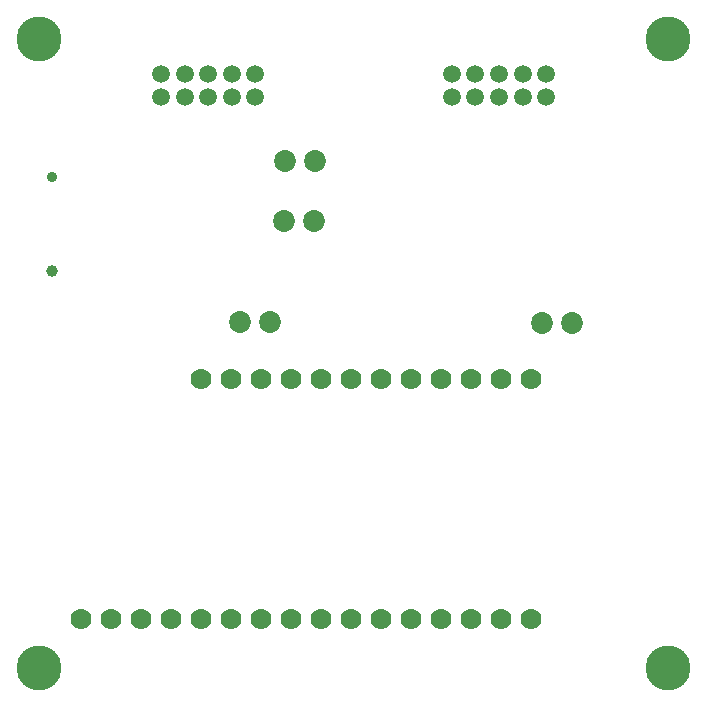
<source format=gbr>
%TF.GenerationSoftware,KiCad,Pcbnew,8.0.1-rc2*%
%TF.CreationDate,2025-04-21T15:53:20+02:00*%
%TF.ProjectId,feather_mainboard,66656174-6865-4725-9f6d-61696e626f61,1*%
%TF.SameCoordinates,Original*%
%TF.FileFunction,Soldermask,Bot*%
%TF.FilePolarity,Negative*%
%FSLAX46Y46*%
G04 Gerber Fmt 4.6, Leading zero omitted, Abs format (unit mm)*
G04 Created by KiCad (PCBNEW 8.0.1-rc2) date 2025-04-21 15:53:20*
%MOMM*%
%LPD*%
G01*
G04 APERTURE LIST*
%ADD10C,1.778000*%
%ADD11C,3.800000*%
%ADD12C,1.854000*%
%ADD13C,1.512000*%
%ADD14C,0.900000*%
%ADD15C,1.000000*%
G04 APERTURE END LIST*
D10*
%TO.C,U1*%
X114900000Y-125900000D03*
X117440000Y-125900000D03*
X119980000Y-125900000D03*
X122520000Y-125900000D03*
X125060000Y-125900000D03*
X127600000Y-125900000D03*
X130140000Y-125900000D03*
X132680000Y-125900000D03*
X135220000Y-125900000D03*
X137760000Y-125900000D03*
X140300000Y-125900000D03*
X142840000Y-125900000D03*
X145380000Y-125900000D03*
X147920000Y-125900000D03*
X150460000Y-125900000D03*
X153000000Y-125900000D03*
X125060000Y-105580000D03*
X127600000Y-105580000D03*
X130140000Y-105580000D03*
X132680000Y-105580000D03*
X135220000Y-105580000D03*
X137760000Y-105580000D03*
X140300000Y-105580000D03*
X142840000Y-105580000D03*
X145380000Y-105580000D03*
X147920000Y-105580000D03*
X150460000Y-105580000D03*
X153000000Y-105580000D03*
%TD*%
D11*
%TO.C,H2*%
X111400000Y-76800000D03*
%TD*%
%TO.C,H3*%
X111400000Y-130000000D03*
%TD*%
D12*
%TO.C,J4*%
X132080000Y-92200000D03*
X134620000Y-92200000D03*
%TD*%
D13*
%TO.C,J3*%
X146325000Y-81700000D03*
X146325000Y-79700000D03*
X148325000Y-81700000D03*
X148325000Y-79700000D03*
X150325000Y-81700000D03*
X150325000Y-79700000D03*
X152325000Y-81700000D03*
X152325000Y-79700000D03*
X154325000Y-81700000D03*
X154325000Y-79700000D03*
%TD*%
D12*
%TO.C,J1*%
X128430000Y-100710000D03*
X130970000Y-100710000D03*
%TD*%
%TO.C,J2*%
X153930000Y-100800000D03*
X156470000Y-100800000D03*
%TD*%
D14*
%TO.C,J6*%
X112485000Y-88450000D03*
D15*
X112485000Y-96450000D03*
%TD*%
D12*
%TO.C,J5*%
X132180000Y-87100000D03*
X134720000Y-87100000D03*
%TD*%
D13*
%TO.C,J7*%
X121700000Y-81700000D03*
X121700000Y-79700000D03*
X123700000Y-81700000D03*
X123700000Y-79700000D03*
X125700000Y-81700000D03*
X125700000Y-79700000D03*
X127700000Y-81700000D03*
X127700000Y-79700000D03*
X129700000Y-81700000D03*
X129700000Y-79700000D03*
%TD*%
D11*
%TO.C,H1*%
X164600000Y-76800000D03*
%TD*%
%TO.C,H4*%
X164600000Y-130000000D03*
%TD*%
M02*

</source>
